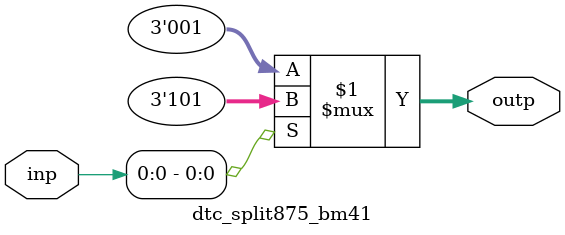
<source format=v>
module dtc_split875_bm41 (
	input  wire [5-1:0] inp,
	output wire [3-1:0] outp
);


	assign outp = (inp[0]) ? 3'b101 : 3'b001;

endmodule
</source>
